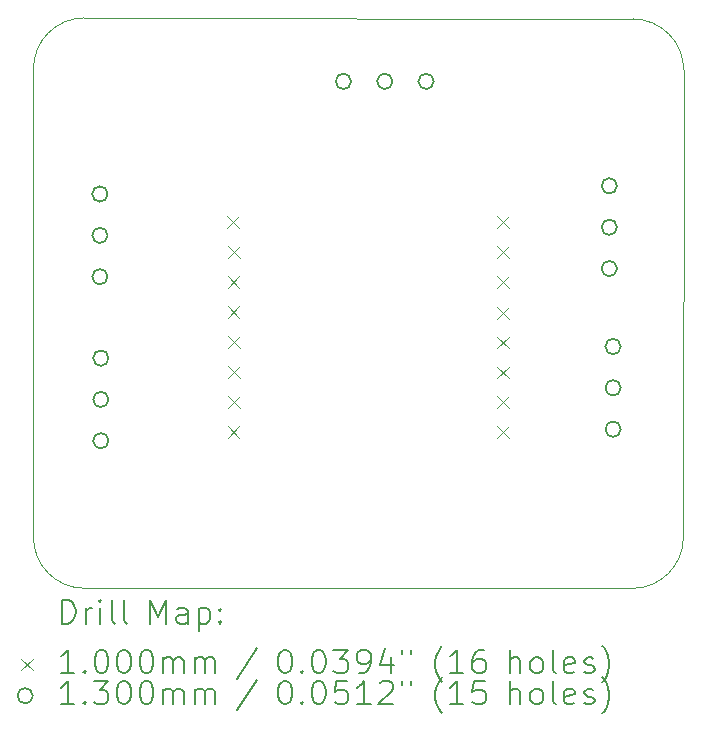
<source format=gbr>
%TF.GenerationSoftware,KiCad,Pcbnew,(7.0.0)*%
%TF.CreationDate,2023-06-13T12:49:34+03:00*%
%TF.ProjectId,C3 pico Breakout PCB,43332070-6963-46f2-9042-7265616b6f75,rev?*%
%TF.SameCoordinates,Original*%
%TF.FileFunction,Drillmap*%
%TF.FilePolarity,Positive*%
%FSLAX45Y45*%
G04 Gerber Fmt 4.5, Leading zero omitted, Abs format (unit mm)*
G04 Created by KiCad (PCBNEW (7.0.0)) date 2023-06-13 12:49:34*
%MOMM*%
%LPD*%
G01*
G04 APERTURE LIST*
%ADD10C,0.100000*%
%ADD11C,0.200000*%
%ADD12C,0.130000*%
G04 APERTURE END LIST*
D10*
X12422953Y-10502944D02*
X12422958Y-6536557D01*
X17495444Y-10934545D02*
G75*
G03*
X17926028Y-10502522I-1444J432025D01*
G01*
X12422955Y-10502944D02*
G75*
G03*
X12854978Y-10933528I432025J1444D01*
G01*
X12853542Y-6104531D02*
G75*
G03*
X12422958Y-6536557I1448J-432029D01*
G01*
X17928047Y-6544555D02*
X17926028Y-10502522D01*
X17495444Y-10934547D02*
X12854978Y-10933528D01*
X12853542Y-6104531D02*
X17500458Y-6113468D01*
X17928572Y-6544554D02*
G75*
G03*
X17500458Y-6113469I-432552J-1446D01*
G01*
D11*
D10*
X14066250Y-7785000D02*
X14166250Y-7885000D01*
X14166250Y-7785000D02*
X14066250Y-7885000D01*
X14067250Y-8292000D02*
X14167250Y-8392000D01*
X14167250Y-8292000D02*
X14067250Y-8392000D01*
X14067250Y-8547000D02*
X14167250Y-8647000D01*
X14167250Y-8547000D02*
X14067250Y-8647000D01*
X14067250Y-9562000D02*
X14167250Y-9662000D01*
X14167250Y-9562000D02*
X14067250Y-9662000D01*
X14068250Y-8039000D02*
X14168250Y-8139000D01*
X14168250Y-8039000D02*
X14068250Y-8139000D01*
X14068250Y-8801000D02*
X14168250Y-8901000D01*
X14168250Y-8801000D02*
X14068250Y-8901000D01*
X14068250Y-9308000D02*
X14168250Y-9408000D01*
X14168250Y-9308000D02*
X14068250Y-9408000D01*
X14071250Y-9054000D02*
X14171250Y-9154000D01*
X14171250Y-9054000D02*
X14071250Y-9154000D01*
X16348250Y-8550000D02*
X16448250Y-8650000D01*
X16448250Y-8550000D02*
X16348250Y-8650000D01*
X16348250Y-8803000D02*
X16448250Y-8903000D01*
X16448250Y-8803000D02*
X16348250Y-8903000D01*
X16349250Y-8040000D02*
X16449250Y-8140000D01*
X16449250Y-8040000D02*
X16349250Y-8140000D01*
X16349250Y-9057000D02*
X16449250Y-9157000D01*
X16449250Y-9057000D02*
X16349250Y-9157000D01*
X16349250Y-9561000D02*
X16449250Y-9661000D01*
X16449250Y-9561000D02*
X16349250Y-9661000D01*
X16350250Y-7783000D02*
X16450250Y-7883000D01*
X16450250Y-7783000D02*
X16350250Y-7883000D01*
X16350250Y-9306000D02*
X16450250Y-9406000D01*
X16450250Y-9306000D02*
X16350250Y-9406000D01*
X16351250Y-8294000D02*
X16451250Y-8394000D01*
X16451250Y-8294000D02*
X16351250Y-8394000D01*
D12*
X13050750Y-7596000D02*
G75*
G03*
X13050750Y-7596000I-65000J0D01*
G01*
X13050750Y-7946000D02*
G75*
G03*
X13050750Y-7946000I-65000J0D01*
G01*
X13050750Y-8296000D02*
G75*
G03*
X13050750Y-8296000I-65000J0D01*
G01*
X13058750Y-8985000D02*
G75*
G03*
X13058750Y-8985000I-65000J0D01*
G01*
X13058750Y-9335000D02*
G75*
G03*
X13058750Y-9335000I-65000J0D01*
G01*
X13058750Y-9685000D02*
G75*
G03*
X13058750Y-9685000I-65000J0D01*
G01*
X15112750Y-6642000D02*
G75*
G03*
X15112750Y-6642000I-65000J0D01*
G01*
X15462750Y-6642000D02*
G75*
G03*
X15462750Y-6642000I-65000J0D01*
G01*
X15812750Y-6642000D02*
G75*
G03*
X15812750Y-6642000I-65000J0D01*
G01*
X17363750Y-7527000D02*
G75*
G03*
X17363750Y-7527000I-65000J0D01*
G01*
X17363750Y-7877000D02*
G75*
G03*
X17363750Y-7877000I-65000J0D01*
G01*
X17363750Y-8227000D02*
G75*
G03*
X17363750Y-8227000I-65000J0D01*
G01*
X17395750Y-8887000D02*
G75*
G03*
X17395750Y-8887000I-65000J0D01*
G01*
X17395750Y-9237000D02*
G75*
G03*
X17395750Y-9237000I-65000J0D01*
G01*
X17395750Y-9587000D02*
G75*
G03*
X17395750Y-9587000I-65000J0D01*
G01*
D11*
X12665572Y-11233023D02*
X12665572Y-11033023D01*
X12665572Y-11033023D02*
X12713191Y-11033023D01*
X12713191Y-11033023D02*
X12741763Y-11042547D01*
X12741763Y-11042547D02*
X12760810Y-11061594D01*
X12760810Y-11061594D02*
X12770334Y-11080642D01*
X12770334Y-11080642D02*
X12779858Y-11118737D01*
X12779858Y-11118737D02*
X12779858Y-11147309D01*
X12779858Y-11147309D02*
X12770334Y-11185404D01*
X12770334Y-11185404D02*
X12760810Y-11204451D01*
X12760810Y-11204451D02*
X12741763Y-11223499D01*
X12741763Y-11223499D02*
X12713191Y-11233023D01*
X12713191Y-11233023D02*
X12665572Y-11233023D01*
X12865572Y-11233023D02*
X12865572Y-11099689D01*
X12865572Y-11137785D02*
X12875096Y-11118737D01*
X12875096Y-11118737D02*
X12884620Y-11109213D01*
X12884620Y-11109213D02*
X12903668Y-11099689D01*
X12903668Y-11099689D02*
X12922715Y-11099689D01*
X12989382Y-11233023D02*
X12989382Y-11099689D01*
X12989382Y-11033023D02*
X12979858Y-11042547D01*
X12979858Y-11042547D02*
X12989382Y-11052070D01*
X12989382Y-11052070D02*
X12998906Y-11042547D01*
X12998906Y-11042547D02*
X12989382Y-11033023D01*
X12989382Y-11033023D02*
X12989382Y-11052070D01*
X13113191Y-11233023D02*
X13094144Y-11223499D01*
X13094144Y-11223499D02*
X13084620Y-11204451D01*
X13084620Y-11204451D02*
X13084620Y-11033023D01*
X13217953Y-11233023D02*
X13198906Y-11223499D01*
X13198906Y-11223499D02*
X13189382Y-11204451D01*
X13189382Y-11204451D02*
X13189382Y-11033023D01*
X13414144Y-11233023D02*
X13414144Y-11033023D01*
X13414144Y-11033023D02*
X13480810Y-11175880D01*
X13480810Y-11175880D02*
X13547477Y-11033023D01*
X13547477Y-11033023D02*
X13547477Y-11233023D01*
X13728429Y-11233023D02*
X13728429Y-11128261D01*
X13728429Y-11128261D02*
X13718906Y-11109213D01*
X13718906Y-11109213D02*
X13699858Y-11099689D01*
X13699858Y-11099689D02*
X13661763Y-11099689D01*
X13661763Y-11099689D02*
X13642715Y-11109213D01*
X13728429Y-11223499D02*
X13709382Y-11233023D01*
X13709382Y-11233023D02*
X13661763Y-11233023D01*
X13661763Y-11233023D02*
X13642715Y-11223499D01*
X13642715Y-11223499D02*
X13633191Y-11204451D01*
X13633191Y-11204451D02*
X13633191Y-11185404D01*
X13633191Y-11185404D02*
X13642715Y-11166356D01*
X13642715Y-11166356D02*
X13661763Y-11156832D01*
X13661763Y-11156832D02*
X13709382Y-11156832D01*
X13709382Y-11156832D02*
X13728429Y-11147309D01*
X13823668Y-11099689D02*
X13823668Y-11299689D01*
X13823668Y-11109213D02*
X13842715Y-11099689D01*
X13842715Y-11099689D02*
X13880810Y-11099689D01*
X13880810Y-11099689D02*
X13899858Y-11109213D01*
X13899858Y-11109213D02*
X13909382Y-11118737D01*
X13909382Y-11118737D02*
X13918906Y-11137785D01*
X13918906Y-11137785D02*
X13918906Y-11194927D01*
X13918906Y-11194927D02*
X13909382Y-11213975D01*
X13909382Y-11213975D02*
X13899858Y-11223499D01*
X13899858Y-11223499D02*
X13880810Y-11233023D01*
X13880810Y-11233023D02*
X13842715Y-11233023D01*
X13842715Y-11233023D02*
X13823668Y-11223499D01*
X14004620Y-11213975D02*
X14014144Y-11223499D01*
X14014144Y-11223499D02*
X14004620Y-11233023D01*
X14004620Y-11233023D02*
X13995096Y-11223499D01*
X13995096Y-11223499D02*
X14004620Y-11213975D01*
X14004620Y-11213975D02*
X14004620Y-11233023D01*
X14004620Y-11109213D02*
X14014144Y-11118737D01*
X14014144Y-11118737D02*
X14004620Y-11128261D01*
X14004620Y-11128261D02*
X13995096Y-11118737D01*
X13995096Y-11118737D02*
X14004620Y-11109213D01*
X14004620Y-11109213D02*
X14004620Y-11128261D01*
D10*
X12317953Y-11529547D02*
X12417953Y-11629547D01*
X12417953Y-11529547D02*
X12317953Y-11629547D01*
D11*
X12770334Y-11653023D02*
X12656049Y-11653023D01*
X12713191Y-11653023D02*
X12713191Y-11453023D01*
X12713191Y-11453023D02*
X12694144Y-11481594D01*
X12694144Y-11481594D02*
X12675096Y-11500642D01*
X12675096Y-11500642D02*
X12656049Y-11510166D01*
X12856049Y-11633975D02*
X12865572Y-11643499D01*
X12865572Y-11643499D02*
X12856049Y-11653023D01*
X12856049Y-11653023D02*
X12846525Y-11643499D01*
X12846525Y-11643499D02*
X12856049Y-11633975D01*
X12856049Y-11633975D02*
X12856049Y-11653023D01*
X12989382Y-11453023D02*
X13008430Y-11453023D01*
X13008430Y-11453023D02*
X13027477Y-11462547D01*
X13027477Y-11462547D02*
X13037001Y-11472070D01*
X13037001Y-11472070D02*
X13046525Y-11491118D01*
X13046525Y-11491118D02*
X13056049Y-11529213D01*
X13056049Y-11529213D02*
X13056049Y-11576832D01*
X13056049Y-11576832D02*
X13046525Y-11614927D01*
X13046525Y-11614927D02*
X13037001Y-11633975D01*
X13037001Y-11633975D02*
X13027477Y-11643499D01*
X13027477Y-11643499D02*
X13008430Y-11653023D01*
X13008430Y-11653023D02*
X12989382Y-11653023D01*
X12989382Y-11653023D02*
X12970334Y-11643499D01*
X12970334Y-11643499D02*
X12960810Y-11633975D01*
X12960810Y-11633975D02*
X12951287Y-11614927D01*
X12951287Y-11614927D02*
X12941763Y-11576832D01*
X12941763Y-11576832D02*
X12941763Y-11529213D01*
X12941763Y-11529213D02*
X12951287Y-11491118D01*
X12951287Y-11491118D02*
X12960810Y-11472070D01*
X12960810Y-11472070D02*
X12970334Y-11462547D01*
X12970334Y-11462547D02*
X12989382Y-11453023D01*
X13179858Y-11453023D02*
X13198906Y-11453023D01*
X13198906Y-11453023D02*
X13217953Y-11462547D01*
X13217953Y-11462547D02*
X13227477Y-11472070D01*
X13227477Y-11472070D02*
X13237001Y-11491118D01*
X13237001Y-11491118D02*
X13246525Y-11529213D01*
X13246525Y-11529213D02*
X13246525Y-11576832D01*
X13246525Y-11576832D02*
X13237001Y-11614927D01*
X13237001Y-11614927D02*
X13227477Y-11633975D01*
X13227477Y-11633975D02*
X13217953Y-11643499D01*
X13217953Y-11643499D02*
X13198906Y-11653023D01*
X13198906Y-11653023D02*
X13179858Y-11653023D01*
X13179858Y-11653023D02*
X13160810Y-11643499D01*
X13160810Y-11643499D02*
X13151287Y-11633975D01*
X13151287Y-11633975D02*
X13141763Y-11614927D01*
X13141763Y-11614927D02*
X13132239Y-11576832D01*
X13132239Y-11576832D02*
X13132239Y-11529213D01*
X13132239Y-11529213D02*
X13141763Y-11491118D01*
X13141763Y-11491118D02*
X13151287Y-11472070D01*
X13151287Y-11472070D02*
X13160810Y-11462547D01*
X13160810Y-11462547D02*
X13179858Y-11453023D01*
X13370334Y-11453023D02*
X13389382Y-11453023D01*
X13389382Y-11453023D02*
X13408430Y-11462547D01*
X13408430Y-11462547D02*
X13417953Y-11472070D01*
X13417953Y-11472070D02*
X13427477Y-11491118D01*
X13427477Y-11491118D02*
X13437001Y-11529213D01*
X13437001Y-11529213D02*
X13437001Y-11576832D01*
X13437001Y-11576832D02*
X13427477Y-11614927D01*
X13427477Y-11614927D02*
X13417953Y-11633975D01*
X13417953Y-11633975D02*
X13408430Y-11643499D01*
X13408430Y-11643499D02*
X13389382Y-11653023D01*
X13389382Y-11653023D02*
X13370334Y-11653023D01*
X13370334Y-11653023D02*
X13351287Y-11643499D01*
X13351287Y-11643499D02*
X13341763Y-11633975D01*
X13341763Y-11633975D02*
X13332239Y-11614927D01*
X13332239Y-11614927D02*
X13322715Y-11576832D01*
X13322715Y-11576832D02*
X13322715Y-11529213D01*
X13322715Y-11529213D02*
X13332239Y-11491118D01*
X13332239Y-11491118D02*
X13341763Y-11472070D01*
X13341763Y-11472070D02*
X13351287Y-11462547D01*
X13351287Y-11462547D02*
X13370334Y-11453023D01*
X13522715Y-11653023D02*
X13522715Y-11519689D01*
X13522715Y-11538737D02*
X13532239Y-11529213D01*
X13532239Y-11529213D02*
X13551287Y-11519689D01*
X13551287Y-11519689D02*
X13579858Y-11519689D01*
X13579858Y-11519689D02*
X13598906Y-11529213D01*
X13598906Y-11529213D02*
X13608430Y-11548261D01*
X13608430Y-11548261D02*
X13608430Y-11653023D01*
X13608430Y-11548261D02*
X13617953Y-11529213D01*
X13617953Y-11529213D02*
X13637001Y-11519689D01*
X13637001Y-11519689D02*
X13665572Y-11519689D01*
X13665572Y-11519689D02*
X13684620Y-11529213D01*
X13684620Y-11529213D02*
X13694144Y-11548261D01*
X13694144Y-11548261D02*
X13694144Y-11653023D01*
X13789382Y-11653023D02*
X13789382Y-11519689D01*
X13789382Y-11538737D02*
X13798906Y-11529213D01*
X13798906Y-11529213D02*
X13817953Y-11519689D01*
X13817953Y-11519689D02*
X13846525Y-11519689D01*
X13846525Y-11519689D02*
X13865572Y-11529213D01*
X13865572Y-11529213D02*
X13875096Y-11548261D01*
X13875096Y-11548261D02*
X13875096Y-11653023D01*
X13875096Y-11548261D02*
X13884620Y-11529213D01*
X13884620Y-11529213D02*
X13903668Y-11519689D01*
X13903668Y-11519689D02*
X13932239Y-11519689D01*
X13932239Y-11519689D02*
X13951287Y-11529213D01*
X13951287Y-11529213D02*
X13960811Y-11548261D01*
X13960811Y-11548261D02*
X13960811Y-11653023D01*
X14318906Y-11443499D02*
X14147477Y-11700642D01*
X14543668Y-11453023D02*
X14562715Y-11453023D01*
X14562715Y-11453023D02*
X14581763Y-11462547D01*
X14581763Y-11462547D02*
X14591287Y-11472070D01*
X14591287Y-11472070D02*
X14600811Y-11491118D01*
X14600811Y-11491118D02*
X14610334Y-11529213D01*
X14610334Y-11529213D02*
X14610334Y-11576832D01*
X14610334Y-11576832D02*
X14600811Y-11614927D01*
X14600811Y-11614927D02*
X14591287Y-11633975D01*
X14591287Y-11633975D02*
X14581763Y-11643499D01*
X14581763Y-11643499D02*
X14562715Y-11653023D01*
X14562715Y-11653023D02*
X14543668Y-11653023D01*
X14543668Y-11653023D02*
X14524620Y-11643499D01*
X14524620Y-11643499D02*
X14515096Y-11633975D01*
X14515096Y-11633975D02*
X14505572Y-11614927D01*
X14505572Y-11614927D02*
X14496049Y-11576832D01*
X14496049Y-11576832D02*
X14496049Y-11529213D01*
X14496049Y-11529213D02*
X14505572Y-11491118D01*
X14505572Y-11491118D02*
X14515096Y-11472070D01*
X14515096Y-11472070D02*
X14524620Y-11462547D01*
X14524620Y-11462547D02*
X14543668Y-11453023D01*
X14696049Y-11633975D02*
X14705572Y-11643499D01*
X14705572Y-11643499D02*
X14696049Y-11653023D01*
X14696049Y-11653023D02*
X14686525Y-11643499D01*
X14686525Y-11643499D02*
X14696049Y-11633975D01*
X14696049Y-11633975D02*
X14696049Y-11653023D01*
X14829382Y-11453023D02*
X14848430Y-11453023D01*
X14848430Y-11453023D02*
X14867477Y-11462547D01*
X14867477Y-11462547D02*
X14877001Y-11472070D01*
X14877001Y-11472070D02*
X14886525Y-11491118D01*
X14886525Y-11491118D02*
X14896049Y-11529213D01*
X14896049Y-11529213D02*
X14896049Y-11576832D01*
X14896049Y-11576832D02*
X14886525Y-11614927D01*
X14886525Y-11614927D02*
X14877001Y-11633975D01*
X14877001Y-11633975D02*
X14867477Y-11643499D01*
X14867477Y-11643499D02*
X14848430Y-11653023D01*
X14848430Y-11653023D02*
X14829382Y-11653023D01*
X14829382Y-11653023D02*
X14810334Y-11643499D01*
X14810334Y-11643499D02*
X14800811Y-11633975D01*
X14800811Y-11633975D02*
X14791287Y-11614927D01*
X14791287Y-11614927D02*
X14781763Y-11576832D01*
X14781763Y-11576832D02*
X14781763Y-11529213D01*
X14781763Y-11529213D02*
X14791287Y-11491118D01*
X14791287Y-11491118D02*
X14800811Y-11472070D01*
X14800811Y-11472070D02*
X14810334Y-11462547D01*
X14810334Y-11462547D02*
X14829382Y-11453023D01*
X14962715Y-11453023D02*
X15086525Y-11453023D01*
X15086525Y-11453023D02*
X15019858Y-11529213D01*
X15019858Y-11529213D02*
X15048430Y-11529213D01*
X15048430Y-11529213D02*
X15067477Y-11538737D01*
X15067477Y-11538737D02*
X15077001Y-11548261D01*
X15077001Y-11548261D02*
X15086525Y-11567308D01*
X15086525Y-11567308D02*
X15086525Y-11614927D01*
X15086525Y-11614927D02*
X15077001Y-11633975D01*
X15077001Y-11633975D02*
X15067477Y-11643499D01*
X15067477Y-11643499D02*
X15048430Y-11653023D01*
X15048430Y-11653023D02*
X14991287Y-11653023D01*
X14991287Y-11653023D02*
X14972239Y-11643499D01*
X14972239Y-11643499D02*
X14962715Y-11633975D01*
X15181763Y-11653023D02*
X15219858Y-11653023D01*
X15219858Y-11653023D02*
X15238906Y-11643499D01*
X15238906Y-11643499D02*
X15248430Y-11633975D01*
X15248430Y-11633975D02*
X15267477Y-11605404D01*
X15267477Y-11605404D02*
X15277001Y-11567308D01*
X15277001Y-11567308D02*
X15277001Y-11491118D01*
X15277001Y-11491118D02*
X15267477Y-11472070D01*
X15267477Y-11472070D02*
X15257953Y-11462547D01*
X15257953Y-11462547D02*
X15238906Y-11453023D01*
X15238906Y-11453023D02*
X15200811Y-11453023D01*
X15200811Y-11453023D02*
X15181763Y-11462547D01*
X15181763Y-11462547D02*
X15172239Y-11472070D01*
X15172239Y-11472070D02*
X15162715Y-11491118D01*
X15162715Y-11491118D02*
X15162715Y-11538737D01*
X15162715Y-11538737D02*
X15172239Y-11557785D01*
X15172239Y-11557785D02*
X15181763Y-11567308D01*
X15181763Y-11567308D02*
X15200811Y-11576832D01*
X15200811Y-11576832D02*
X15238906Y-11576832D01*
X15238906Y-11576832D02*
X15257953Y-11567308D01*
X15257953Y-11567308D02*
X15267477Y-11557785D01*
X15267477Y-11557785D02*
X15277001Y-11538737D01*
X15448430Y-11519689D02*
X15448430Y-11653023D01*
X15400811Y-11443499D02*
X15353192Y-11586356D01*
X15353192Y-11586356D02*
X15477001Y-11586356D01*
X15543668Y-11453023D02*
X15543668Y-11491118D01*
X15619858Y-11453023D02*
X15619858Y-11491118D01*
X15882715Y-11729213D02*
X15873192Y-11719689D01*
X15873192Y-11719689D02*
X15854144Y-11691118D01*
X15854144Y-11691118D02*
X15844620Y-11672070D01*
X15844620Y-11672070D02*
X15835096Y-11643499D01*
X15835096Y-11643499D02*
X15825573Y-11595880D01*
X15825573Y-11595880D02*
X15825573Y-11557785D01*
X15825573Y-11557785D02*
X15835096Y-11510166D01*
X15835096Y-11510166D02*
X15844620Y-11481594D01*
X15844620Y-11481594D02*
X15854144Y-11462547D01*
X15854144Y-11462547D02*
X15873192Y-11433975D01*
X15873192Y-11433975D02*
X15882715Y-11424451D01*
X16063668Y-11653023D02*
X15949382Y-11653023D01*
X16006525Y-11653023D02*
X16006525Y-11453023D01*
X16006525Y-11453023D02*
X15987477Y-11481594D01*
X15987477Y-11481594D02*
X15968430Y-11500642D01*
X15968430Y-11500642D02*
X15949382Y-11510166D01*
X16235096Y-11453023D02*
X16197001Y-11453023D01*
X16197001Y-11453023D02*
X16177953Y-11462547D01*
X16177953Y-11462547D02*
X16168430Y-11472070D01*
X16168430Y-11472070D02*
X16149382Y-11500642D01*
X16149382Y-11500642D02*
X16139858Y-11538737D01*
X16139858Y-11538737D02*
X16139858Y-11614927D01*
X16139858Y-11614927D02*
X16149382Y-11633975D01*
X16149382Y-11633975D02*
X16158906Y-11643499D01*
X16158906Y-11643499D02*
X16177953Y-11653023D01*
X16177953Y-11653023D02*
X16216049Y-11653023D01*
X16216049Y-11653023D02*
X16235096Y-11643499D01*
X16235096Y-11643499D02*
X16244620Y-11633975D01*
X16244620Y-11633975D02*
X16254144Y-11614927D01*
X16254144Y-11614927D02*
X16254144Y-11567308D01*
X16254144Y-11567308D02*
X16244620Y-11548261D01*
X16244620Y-11548261D02*
X16235096Y-11538737D01*
X16235096Y-11538737D02*
X16216049Y-11529213D01*
X16216049Y-11529213D02*
X16177953Y-11529213D01*
X16177953Y-11529213D02*
X16158906Y-11538737D01*
X16158906Y-11538737D02*
X16149382Y-11548261D01*
X16149382Y-11548261D02*
X16139858Y-11567308D01*
X16459858Y-11653023D02*
X16459858Y-11453023D01*
X16545573Y-11653023D02*
X16545573Y-11548261D01*
X16545573Y-11548261D02*
X16536049Y-11529213D01*
X16536049Y-11529213D02*
X16517001Y-11519689D01*
X16517001Y-11519689D02*
X16488430Y-11519689D01*
X16488430Y-11519689D02*
X16469382Y-11529213D01*
X16469382Y-11529213D02*
X16459858Y-11538737D01*
X16669382Y-11653023D02*
X16650334Y-11643499D01*
X16650334Y-11643499D02*
X16640811Y-11633975D01*
X16640811Y-11633975D02*
X16631287Y-11614927D01*
X16631287Y-11614927D02*
X16631287Y-11557785D01*
X16631287Y-11557785D02*
X16640811Y-11538737D01*
X16640811Y-11538737D02*
X16650334Y-11529213D01*
X16650334Y-11529213D02*
X16669382Y-11519689D01*
X16669382Y-11519689D02*
X16697954Y-11519689D01*
X16697954Y-11519689D02*
X16717001Y-11529213D01*
X16717001Y-11529213D02*
X16726525Y-11538737D01*
X16726525Y-11538737D02*
X16736049Y-11557785D01*
X16736049Y-11557785D02*
X16736049Y-11614927D01*
X16736049Y-11614927D02*
X16726525Y-11633975D01*
X16726525Y-11633975D02*
X16717001Y-11643499D01*
X16717001Y-11643499D02*
X16697954Y-11653023D01*
X16697954Y-11653023D02*
X16669382Y-11653023D01*
X16850335Y-11653023D02*
X16831287Y-11643499D01*
X16831287Y-11643499D02*
X16821763Y-11624451D01*
X16821763Y-11624451D02*
X16821763Y-11453023D01*
X17002716Y-11643499D02*
X16983668Y-11653023D01*
X16983668Y-11653023D02*
X16945573Y-11653023D01*
X16945573Y-11653023D02*
X16926525Y-11643499D01*
X16926525Y-11643499D02*
X16917001Y-11624451D01*
X16917001Y-11624451D02*
X16917001Y-11548261D01*
X16917001Y-11548261D02*
X16926525Y-11529213D01*
X16926525Y-11529213D02*
X16945573Y-11519689D01*
X16945573Y-11519689D02*
X16983668Y-11519689D01*
X16983668Y-11519689D02*
X17002716Y-11529213D01*
X17002716Y-11529213D02*
X17012239Y-11548261D01*
X17012239Y-11548261D02*
X17012239Y-11567308D01*
X17012239Y-11567308D02*
X16917001Y-11586356D01*
X17088430Y-11643499D02*
X17107477Y-11653023D01*
X17107477Y-11653023D02*
X17145573Y-11653023D01*
X17145573Y-11653023D02*
X17164620Y-11643499D01*
X17164620Y-11643499D02*
X17174144Y-11624451D01*
X17174144Y-11624451D02*
X17174144Y-11614927D01*
X17174144Y-11614927D02*
X17164620Y-11595880D01*
X17164620Y-11595880D02*
X17145573Y-11586356D01*
X17145573Y-11586356D02*
X17117001Y-11586356D01*
X17117001Y-11586356D02*
X17097954Y-11576832D01*
X17097954Y-11576832D02*
X17088430Y-11557785D01*
X17088430Y-11557785D02*
X17088430Y-11548261D01*
X17088430Y-11548261D02*
X17097954Y-11529213D01*
X17097954Y-11529213D02*
X17117001Y-11519689D01*
X17117001Y-11519689D02*
X17145573Y-11519689D01*
X17145573Y-11519689D02*
X17164620Y-11529213D01*
X17240811Y-11729213D02*
X17250335Y-11719689D01*
X17250335Y-11719689D02*
X17269382Y-11691118D01*
X17269382Y-11691118D02*
X17278906Y-11672070D01*
X17278906Y-11672070D02*
X17288430Y-11643499D01*
X17288430Y-11643499D02*
X17297954Y-11595880D01*
X17297954Y-11595880D02*
X17297954Y-11557785D01*
X17297954Y-11557785D02*
X17288430Y-11510166D01*
X17288430Y-11510166D02*
X17278906Y-11481594D01*
X17278906Y-11481594D02*
X17269382Y-11462547D01*
X17269382Y-11462547D02*
X17250335Y-11433975D01*
X17250335Y-11433975D02*
X17240811Y-11424451D01*
D12*
X12417953Y-11843547D02*
G75*
G03*
X12417953Y-11843547I-65000J0D01*
G01*
D11*
X12770334Y-11917023D02*
X12656049Y-11917023D01*
X12713191Y-11917023D02*
X12713191Y-11717023D01*
X12713191Y-11717023D02*
X12694144Y-11745594D01*
X12694144Y-11745594D02*
X12675096Y-11764642D01*
X12675096Y-11764642D02*
X12656049Y-11774166D01*
X12856049Y-11897975D02*
X12865572Y-11907499D01*
X12865572Y-11907499D02*
X12856049Y-11917023D01*
X12856049Y-11917023D02*
X12846525Y-11907499D01*
X12846525Y-11907499D02*
X12856049Y-11897975D01*
X12856049Y-11897975D02*
X12856049Y-11917023D01*
X12932239Y-11717023D02*
X13056049Y-11717023D01*
X13056049Y-11717023D02*
X12989382Y-11793213D01*
X12989382Y-11793213D02*
X13017953Y-11793213D01*
X13017953Y-11793213D02*
X13037001Y-11802737D01*
X13037001Y-11802737D02*
X13046525Y-11812261D01*
X13046525Y-11812261D02*
X13056049Y-11831308D01*
X13056049Y-11831308D02*
X13056049Y-11878927D01*
X13056049Y-11878927D02*
X13046525Y-11897975D01*
X13046525Y-11897975D02*
X13037001Y-11907499D01*
X13037001Y-11907499D02*
X13017953Y-11917023D01*
X13017953Y-11917023D02*
X12960810Y-11917023D01*
X12960810Y-11917023D02*
X12941763Y-11907499D01*
X12941763Y-11907499D02*
X12932239Y-11897975D01*
X13179858Y-11717023D02*
X13198906Y-11717023D01*
X13198906Y-11717023D02*
X13217953Y-11726547D01*
X13217953Y-11726547D02*
X13227477Y-11736070D01*
X13227477Y-11736070D02*
X13237001Y-11755118D01*
X13237001Y-11755118D02*
X13246525Y-11793213D01*
X13246525Y-11793213D02*
X13246525Y-11840832D01*
X13246525Y-11840832D02*
X13237001Y-11878927D01*
X13237001Y-11878927D02*
X13227477Y-11897975D01*
X13227477Y-11897975D02*
X13217953Y-11907499D01*
X13217953Y-11907499D02*
X13198906Y-11917023D01*
X13198906Y-11917023D02*
X13179858Y-11917023D01*
X13179858Y-11917023D02*
X13160810Y-11907499D01*
X13160810Y-11907499D02*
X13151287Y-11897975D01*
X13151287Y-11897975D02*
X13141763Y-11878927D01*
X13141763Y-11878927D02*
X13132239Y-11840832D01*
X13132239Y-11840832D02*
X13132239Y-11793213D01*
X13132239Y-11793213D02*
X13141763Y-11755118D01*
X13141763Y-11755118D02*
X13151287Y-11736070D01*
X13151287Y-11736070D02*
X13160810Y-11726547D01*
X13160810Y-11726547D02*
X13179858Y-11717023D01*
X13370334Y-11717023D02*
X13389382Y-11717023D01*
X13389382Y-11717023D02*
X13408430Y-11726547D01*
X13408430Y-11726547D02*
X13417953Y-11736070D01*
X13417953Y-11736070D02*
X13427477Y-11755118D01*
X13427477Y-11755118D02*
X13437001Y-11793213D01*
X13437001Y-11793213D02*
X13437001Y-11840832D01*
X13437001Y-11840832D02*
X13427477Y-11878927D01*
X13427477Y-11878927D02*
X13417953Y-11897975D01*
X13417953Y-11897975D02*
X13408430Y-11907499D01*
X13408430Y-11907499D02*
X13389382Y-11917023D01*
X13389382Y-11917023D02*
X13370334Y-11917023D01*
X13370334Y-11917023D02*
X13351287Y-11907499D01*
X13351287Y-11907499D02*
X13341763Y-11897975D01*
X13341763Y-11897975D02*
X13332239Y-11878927D01*
X13332239Y-11878927D02*
X13322715Y-11840832D01*
X13322715Y-11840832D02*
X13322715Y-11793213D01*
X13322715Y-11793213D02*
X13332239Y-11755118D01*
X13332239Y-11755118D02*
X13341763Y-11736070D01*
X13341763Y-11736070D02*
X13351287Y-11726547D01*
X13351287Y-11726547D02*
X13370334Y-11717023D01*
X13522715Y-11917023D02*
X13522715Y-11783689D01*
X13522715Y-11802737D02*
X13532239Y-11793213D01*
X13532239Y-11793213D02*
X13551287Y-11783689D01*
X13551287Y-11783689D02*
X13579858Y-11783689D01*
X13579858Y-11783689D02*
X13598906Y-11793213D01*
X13598906Y-11793213D02*
X13608430Y-11812261D01*
X13608430Y-11812261D02*
X13608430Y-11917023D01*
X13608430Y-11812261D02*
X13617953Y-11793213D01*
X13617953Y-11793213D02*
X13637001Y-11783689D01*
X13637001Y-11783689D02*
X13665572Y-11783689D01*
X13665572Y-11783689D02*
X13684620Y-11793213D01*
X13684620Y-11793213D02*
X13694144Y-11812261D01*
X13694144Y-11812261D02*
X13694144Y-11917023D01*
X13789382Y-11917023D02*
X13789382Y-11783689D01*
X13789382Y-11802737D02*
X13798906Y-11793213D01*
X13798906Y-11793213D02*
X13817953Y-11783689D01*
X13817953Y-11783689D02*
X13846525Y-11783689D01*
X13846525Y-11783689D02*
X13865572Y-11793213D01*
X13865572Y-11793213D02*
X13875096Y-11812261D01*
X13875096Y-11812261D02*
X13875096Y-11917023D01*
X13875096Y-11812261D02*
X13884620Y-11793213D01*
X13884620Y-11793213D02*
X13903668Y-11783689D01*
X13903668Y-11783689D02*
X13932239Y-11783689D01*
X13932239Y-11783689D02*
X13951287Y-11793213D01*
X13951287Y-11793213D02*
X13960811Y-11812261D01*
X13960811Y-11812261D02*
X13960811Y-11917023D01*
X14318906Y-11707499D02*
X14147477Y-11964642D01*
X14543668Y-11717023D02*
X14562715Y-11717023D01*
X14562715Y-11717023D02*
X14581763Y-11726547D01*
X14581763Y-11726547D02*
X14591287Y-11736070D01*
X14591287Y-11736070D02*
X14600811Y-11755118D01*
X14600811Y-11755118D02*
X14610334Y-11793213D01*
X14610334Y-11793213D02*
X14610334Y-11840832D01*
X14610334Y-11840832D02*
X14600811Y-11878927D01*
X14600811Y-11878927D02*
X14591287Y-11897975D01*
X14591287Y-11897975D02*
X14581763Y-11907499D01*
X14581763Y-11907499D02*
X14562715Y-11917023D01*
X14562715Y-11917023D02*
X14543668Y-11917023D01*
X14543668Y-11917023D02*
X14524620Y-11907499D01*
X14524620Y-11907499D02*
X14515096Y-11897975D01*
X14515096Y-11897975D02*
X14505572Y-11878927D01*
X14505572Y-11878927D02*
X14496049Y-11840832D01*
X14496049Y-11840832D02*
X14496049Y-11793213D01*
X14496049Y-11793213D02*
X14505572Y-11755118D01*
X14505572Y-11755118D02*
X14515096Y-11736070D01*
X14515096Y-11736070D02*
X14524620Y-11726547D01*
X14524620Y-11726547D02*
X14543668Y-11717023D01*
X14696049Y-11897975D02*
X14705572Y-11907499D01*
X14705572Y-11907499D02*
X14696049Y-11917023D01*
X14696049Y-11917023D02*
X14686525Y-11907499D01*
X14686525Y-11907499D02*
X14696049Y-11897975D01*
X14696049Y-11897975D02*
X14696049Y-11917023D01*
X14829382Y-11717023D02*
X14848430Y-11717023D01*
X14848430Y-11717023D02*
X14867477Y-11726547D01*
X14867477Y-11726547D02*
X14877001Y-11736070D01*
X14877001Y-11736070D02*
X14886525Y-11755118D01*
X14886525Y-11755118D02*
X14896049Y-11793213D01*
X14896049Y-11793213D02*
X14896049Y-11840832D01*
X14896049Y-11840832D02*
X14886525Y-11878927D01*
X14886525Y-11878927D02*
X14877001Y-11897975D01*
X14877001Y-11897975D02*
X14867477Y-11907499D01*
X14867477Y-11907499D02*
X14848430Y-11917023D01*
X14848430Y-11917023D02*
X14829382Y-11917023D01*
X14829382Y-11917023D02*
X14810334Y-11907499D01*
X14810334Y-11907499D02*
X14800811Y-11897975D01*
X14800811Y-11897975D02*
X14791287Y-11878927D01*
X14791287Y-11878927D02*
X14781763Y-11840832D01*
X14781763Y-11840832D02*
X14781763Y-11793213D01*
X14781763Y-11793213D02*
X14791287Y-11755118D01*
X14791287Y-11755118D02*
X14800811Y-11736070D01*
X14800811Y-11736070D02*
X14810334Y-11726547D01*
X14810334Y-11726547D02*
X14829382Y-11717023D01*
X15077001Y-11717023D02*
X14981763Y-11717023D01*
X14981763Y-11717023D02*
X14972239Y-11812261D01*
X14972239Y-11812261D02*
X14981763Y-11802737D01*
X14981763Y-11802737D02*
X15000811Y-11793213D01*
X15000811Y-11793213D02*
X15048430Y-11793213D01*
X15048430Y-11793213D02*
X15067477Y-11802737D01*
X15067477Y-11802737D02*
X15077001Y-11812261D01*
X15077001Y-11812261D02*
X15086525Y-11831308D01*
X15086525Y-11831308D02*
X15086525Y-11878927D01*
X15086525Y-11878927D02*
X15077001Y-11897975D01*
X15077001Y-11897975D02*
X15067477Y-11907499D01*
X15067477Y-11907499D02*
X15048430Y-11917023D01*
X15048430Y-11917023D02*
X15000811Y-11917023D01*
X15000811Y-11917023D02*
X14981763Y-11907499D01*
X14981763Y-11907499D02*
X14972239Y-11897975D01*
X15277001Y-11917023D02*
X15162715Y-11917023D01*
X15219858Y-11917023D02*
X15219858Y-11717023D01*
X15219858Y-11717023D02*
X15200811Y-11745594D01*
X15200811Y-11745594D02*
X15181763Y-11764642D01*
X15181763Y-11764642D02*
X15162715Y-11774166D01*
X15353192Y-11736070D02*
X15362715Y-11726547D01*
X15362715Y-11726547D02*
X15381763Y-11717023D01*
X15381763Y-11717023D02*
X15429382Y-11717023D01*
X15429382Y-11717023D02*
X15448430Y-11726547D01*
X15448430Y-11726547D02*
X15457953Y-11736070D01*
X15457953Y-11736070D02*
X15467477Y-11755118D01*
X15467477Y-11755118D02*
X15467477Y-11774166D01*
X15467477Y-11774166D02*
X15457953Y-11802737D01*
X15457953Y-11802737D02*
X15343668Y-11917023D01*
X15343668Y-11917023D02*
X15467477Y-11917023D01*
X15543668Y-11717023D02*
X15543668Y-11755118D01*
X15619858Y-11717023D02*
X15619858Y-11755118D01*
X15882715Y-11993213D02*
X15873192Y-11983689D01*
X15873192Y-11983689D02*
X15854144Y-11955118D01*
X15854144Y-11955118D02*
X15844620Y-11936070D01*
X15844620Y-11936070D02*
X15835096Y-11907499D01*
X15835096Y-11907499D02*
X15825573Y-11859880D01*
X15825573Y-11859880D02*
X15825573Y-11821785D01*
X15825573Y-11821785D02*
X15835096Y-11774166D01*
X15835096Y-11774166D02*
X15844620Y-11745594D01*
X15844620Y-11745594D02*
X15854144Y-11726547D01*
X15854144Y-11726547D02*
X15873192Y-11697975D01*
X15873192Y-11697975D02*
X15882715Y-11688451D01*
X16063668Y-11917023D02*
X15949382Y-11917023D01*
X16006525Y-11917023D02*
X16006525Y-11717023D01*
X16006525Y-11717023D02*
X15987477Y-11745594D01*
X15987477Y-11745594D02*
X15968430Y-11764642D01*
X15968430Y-11764642D02*
X15949382Y-11774166D01*
X16244620Y-11717023D02*
X16149382Y-11717023D01*
X16149382Y-11717023D02*
X16139858Y-11812261D01*
X16139858Y-11812261D02*
X16149382Y-11802737D01*
X16149382Y-11802737D02*
X16168430Y-11793213D01*
X16168430Y-11793213D02*
X16216049Y-11793213D01*
X16216049Y-11793213D02*
X16235096Y-11802737D01*
X16235096Y-11802737D02*
X16244620Y-11812261D01*
X16244620Y-11812261D02*
X16254144Y-11831308D01*
X16254144Y-11831308D02*
X16254144Y-11878927D01*
X16254144Y-11878927D02*
X16244620Y-11897975D01*
X16244620Y-11897975D02*
X16235096Y-11907499D01*
X16235096Y-11907499D02*
X16216049Y-11917023D01*
X16216049Y-11917023D02*
X16168430Y-11917023D01*
X16168430Y-11917023D02*
X16149382Y-11907499D01*
X16149382Y-11907499D02*
X16139858Y-11897975D01*
X16459858Y-11917023D02*
X16459858Y-11717023D01*
X16545573Y-11917023D02*
X16545573Y-11812261D01*
X16545573Y-11812261D02*
X16536049Y-11793213D01*
X16536049Y-11793213D02*
X16517001Y-11783689D01*
X16517001Y-11783689D02*
X16488430Y-11783689D01*
X16488430Y-11783689D02*
X16469382Y-11793213D01*
X16469382Y-11793213D02*
X16459858Y-11802737D01*
X16669382Y-11917023D02*
X16650334Y-11907499D01*
X16650334Y-11907499D02*
X16640811Y-11897975D01*
X16640811Y-11897975D02*
X16631287Y-11878927D01*
X16631287Y-11878927D02*
X16631287Y-11821785D01*
X16631287Y-11821785D02*
X16640811Y-11802737D01*
X16640811Y-11802737D02*
X16650334Y-11793213D01*
X16650334Y-11793213D02*
X16669382Y-11783689D01*
X16669382Y-11783689D02*
X16697954Y-11783689D01*
X16697954Y-11783689D02*
X16717001Y-11793213D01*
X16717001Y-11793213D02*
X16726525Y-11802737D01*
X16726525Y-11802737D02*
X16736049Y-11821785D01*
X16736049Y-11821785D02*
X16736049Y-11878927D01*
X16736049Y-11878927D02*
X16726525Y-11897975D01*
X16726525Y-11897975D02*
X16717001Y-11907499D01*
X16717001Y-11907499D02*
X16697954Y-11917023D01*
X16697954Y-11917023D02*
X16669382Y-11917023D01*
X16850335Y-11917023D02*
X16831287Y-11907499D01*
X16831287Y-11907499D02*
X16821763Y-11888451D01*
X16821763Y-11888451D02*
X16821763Y-11717023D01*
X17002716Y-11907499D02*
X16983668Y-11917023D01*
X16983668Y-11917023D02*
X16945573Y-11917023D01*
X16945573Y-11917023D02*
X16926525Y-11907499D01*
X16926525Y-11907499D02*
X16917001Y-11888451D01*
X16917001Y-11888451D02*
X16917001Y-11812261D01*
X16917001Y-11812261D02*
X16926525Y-11793213D01*
X16926525Y-11793213D02*
X16945573Y-11783689D01*
X16945573Y-11783689D02*
X16983668Y-11783689D01*
X16983668Y-11783689D02*
X17002716Y-11793213D01*
X17002716Y-11793213D02*
X17012239Y-11812261D01*
X17012239Y-11812261D02*
X17012239Y-11831308D01*
X17012239Y-11831308D02*
X16917001Y-11850356D01*
X17088430Y-11907499D02*
X17107477Y-11917023D01*
X17107477Y-11917023D02*
X17145573Y-11917023D01*
X17145573Y-11917023D02*
X17164620Y-11907499D01*
X17164620Y-11907499D02*
X17174144Y-11888451D01*
X17174144Y-11888451D02*
X17174144Y-11878927D01*
X17174144Y-11878927D02*
X17164620Y-11859880D01*
X17164620Y-11859880D02*
X17145573Y-11850356D01*
X17145573Y-11850356D02*
X17117001Y-11850356D01*
X17117001Y-11850356D02*
X17097954Y-11840832D01*
X17097954Y-11840832D02*
X17088430Y-11821785D01*
X17088430Y-11821785D02*
X17088430Y-11812261D01*
X17088430Y-11812261D02*
X17097954Y-11793213D01*
X17097954Y-11793213D02*
X17117001Y-11783689D01*
X17117001Y-11783689D02*
X17145573Y-11783689D01*
X17145573Y-11783689D02*
X17164620Y-11793213D01*
X17240811Y-11993213D02*
X17250335Y-11983689D01*
X17250335Y-11983689D02*
X17269382Y-11955118D01*
X17269382Y-11955118D02*
X17278906Y-11936070D01*
X17278906Y-11936070D02*
X17288430Y-11907499D01*
X17288430Y-11907499D02*
X17297954Y-11859880D01*
X17297954Y-11859880D02*
X17297954Y-11821785D01*
X17297954Y-11821785D02*
X17288430Y-11774166D01*
X17288430Y-11774166D02*
X17278906Y-11745594D01*
X17278906Y-11745594D02*
X17269382Y-11726547D01*
X17269382Y-11726547D02*
X17250335Y-11697975D01*
X17250335Y-11697975D02*
X17240811Y-11688451D01*
M02*

</source>
